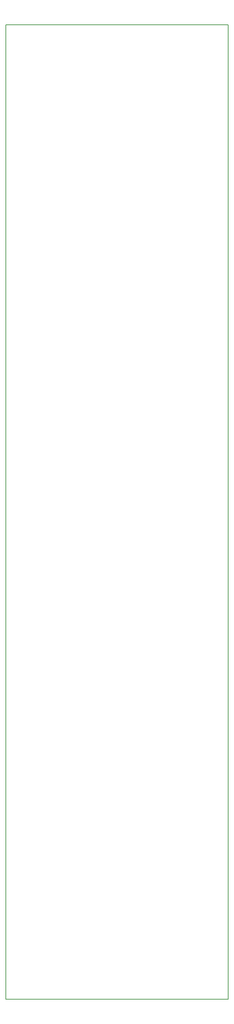
<source format=gm1>
G04 MADE WITH FRITZING*
G04 WWW.FRITZING.ORG*
G04 DOUBLE SIDED*
G04 HOLES PLATED*
G04 CONTOUR ON CENTER OF CONTOUR VECTOR*
%ASAXBY*%
%FSLAX23Y23*%
%MOIN*%
%OFA0B0*%
%SFA1.0B1.0*%
%ADD10R,2.165350X9.448830*%
%ADD11C,0.008000*%
%ADD10C,0.008*%
%LNCONTOUR*%
G90*
G70*
G54D10*
G54D11*
X4Y9445D02*
X2161Y9445D01*
X2161Y4D01*
X4Y4D01*
X4Y9445D01*
D02*
G04 End of contour*
M02*
</source>
